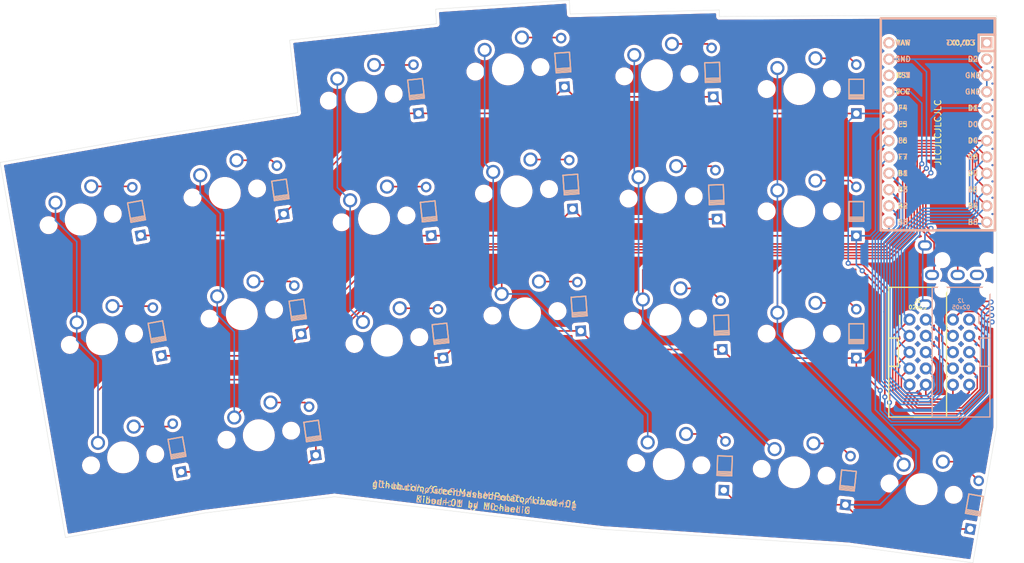
<source format=kicad_pcb>
(kicad_pcb (version 20211014) (generator pcbnew)
  (layers (0 "F.Cu" signal) (31 "B.Cu" signal) (34 "B.Paste" user) (35 "F.Paste" user) (36 "B.SilkS" user "B.Silkscreen") (37 "F.SilkS" user "F.Silkscreen") (38 "B.Mask" user) (39 "F.Mask" user) (44 "Edge.Cuts" user))
  (net 0 "")
  (net 1 "Net-(D-1-0-Pad2)")
  (net 2 "Net-(D-1-1-Pad2)")
  (net 3 "Net-(D-1-2-Pad2)")
  (net 4 "Net-(D-1-3-Pad2)")
  (net 5 "Net-(D-1-4-Pad2)")
  (net 6 "Net-(D-1-5-Pad2)")
  (net 7 "Net-(D-2-0-Pad2)")
  (net 8 "Net-(D-2-1-Pad2)")
  (net 9 "Net-(D-2-2-Pad2)")
  (net 10 "Net-(D-2-3-Pad2)")
  (net 11 "Net-(D-2-4-Pad2)")
  (net 12 "Net-(D-2-5-Pad2)")
  (net 13 "Net-(D-3-3-Pad2)")
  (net 14 "Net-(D-3-4-Pad2)")
  (net 15 "Net-(D-3-5-Pad2)")
  (net 16 "RL0")
  (net 19 "GND")
  (net 20 "SDA")
  (net 21 "VCC")
  (net 24 "RL1")
  (net 27 "RL2")
  (net 28 "RL3")
  (net 29 "CL0")
  (net 30 "CL1")
  (net 31 "RC0")
  (net 32 "CL2")
  (net 33 "RC1")
  (net 34 "CL3")
  (net 35 "RC2")
  (net 36 "CL4")
  (net 37 "RC3")
  (net 38 "CL5")
  (net 39 "Net-(D-0-0-Pad2)")
  (net 40 "Net-(D-0-1-Pad2)")
  (net 41 "Net-(D-0-2-Pad2)")
  (net 42 "Net-(D-0-3-Pad2)")
  (net 43 "Net-(D-0-4-Pad2)")
  (net 44 "Net-(D-0-5-Pad2)")
  (footprint "footprints:diode-vertical" (layer "F.Cu") (at 33.629511 48.636339 10)
    (fp_text reference "D-0-0" hide)
    (fp_text value "D" hide)
  )
  (footprint "footprints:diode-vertical" (layer "F.Cu") (at 56.029511 45.288146 8)
    (fp_text reference "D-0-1" hide)
    (fp_text value "D" hide)
  )
  (footprint "footprints:diode-vertical" (layer "F.Cu") (at 77.159511 29.586339 6)
    (fp_text reference "D-0-2" hide)
    (fp_text value "D" hide)
  )
  (footprint "footprints:diode-vertical" (layer "F.Cu") (at 100.019511 25.45094 4)
    (fp_text reference "D-0-3" hide)
    (fp_text value "D" hide)
  )
  (footprint "footprints:diode-vertical" (layer "F.Cu") (at 123.329511 26.992488 2)
    (fp_text reference "D-0-4" hide)
    (fp_text value "D" hide)
  )
  (footprint "footprints:diode-vertical" (layer "F.Cu") (at 145.739511 29.586339)
    (fp_text reference "D-0-5" hide)
    (fp_text value "D" hide)
  )
  (footprint "footprints:diode-vertical" (layer "F.Cu") (at 36.829511 67.384669 10)
    (fp_text reference "D-1-0" hide)
    (fp_text value "D" hide)
  )
  (footprint "footprints:diode-vertical" (layer "F.Cu") (at 58.729511 63.976004 8)
    (fp_text reference "D-1-1" hide)
    (fp_text value "D" hide)
  )
  (footprint "footprints:diode-vertical" (layer "F.Cu") (at 79.129511 48.636339 6)
    (fp_text reference "D-1-2" hide)
    (fp_text value "D" hide)
  )
  (footprint "footprints:diode-vertical" (layer "F.Cu") (at 101.289511 44.454535 4)
    (fp_text reference "D-1-3" hide)
    (fp_text value "D" hide)
  )
  (footprint "footprints:diode-vertical" (layer "F.Cu") (at 123.929511 46.030884 2)
    (fp_text reference "D-1-4" hide)
    (fp_text value "D" hide)
  )
  (footprint "footprints:diode-vertical" (layer "F.Cu") (at 145.739511 48.636339)
    (fp_text reference "D-1-5" hide)
    (fp_text value "D" hide)
  )
  (footprint "footprints:diode-vertical" (layer "F.Cu") (at 39.929511 85.466339 10)
    (fp_text reference "D-2-0" hide)
    (fp_text value "D" hide)
  )
  (footprint "footprints:diode-vertical" (layer "F.Cu") (at 61.029511 82.840611 8)
    (fp_text reference "D-2-1" hide)
    (fp_text value "D" hide)
  )
  (footprint "footprints:diode-vertical" (layer "F.Cu") (at 80.969511 67.686339 6)
    (fp_text reference "D-2-2" hide)
    (fp_text value "D" hide)
  )
  (footprint "footprints:diode-vertical" (layer "F.Cu") (at 102.559511 63.45813 4)
    (fp_text reference "D-2-3" hide)
    (fp_text value "D" hide)
  )
  (footprint "footprints:diode-vertical" (layer "F.Cu") (at 124.729511 66.338505 2)
    (fp_text reference "D-2-4" hide)
    (fp_text value "D" hide)
  )
  (footprint "footprints:diode-vertical" (layer "F.Cu") (at 145.739511 67.686339)
    (fp_text reference "D-2-5" hide)
    (fp_text value "D" hide)
  )
  (footprint "footprints:diode-vertical" (layer "F.Cu") (at 125.229511 88.272273 -2)
    (fp_text reference "D-3-3" hide)
    (fp_text value "D" hide)
  )
  (footprint "footprints:diode-vertical" (layer "F.Cu") (at 144.429511 90.546339 -6)
    (fp_text reference "D-3-4" hide)
    (fp_text value "D" hide)
  )
  (footprint "footprints:diode-vertical" (layer "F.Cu") (at 164.129511 94.356339 -10)
    (fp_text reference "D-3-5" hide)
    (fp_text value "D" hide)
  )
  (footprint "footprints:100-minimal-no-3d" (layer "F.Cu") (at 24.930804 49.906339 10)
    (fp_text reference "K-0-0" hide)
    (fp_text value "KEYSW" hide)
  )
  (footprint "footprints:100-minimal-no-3d" (layer "F.Cu") (at 47.374444 45.77751 8)
    (fp_text reference "K-0-1" hide)
    (fp_text value "KEYSW" hide)
  )
  (footprint "footprints:100-minimal-no-3d" (layer "F.Cu") (at 68.635031 30.864714 6)
    (fp_text reference "K-0-2" hide)
    (fp_text value "KEYSW" hide)
  )
  (footprint "footprints:100-minimal-no-3d" (layer "F.Cu") (at 91.474509 26.517791 4)
    (fp_text reference "K-0-3" hide)
    (fp_text value "KEYSW" hide)
  )
  (footprint "footprints:100-minimal-no-3d" (layer "F.Cu") (at 114.673041 27.433636 2)
    (fp_text reference "K-0-4" hide)
    (fp_text value "KEYSW" hide)
  )
  (footprint "footprints:100-minimal-no-3d" (layer "F.Cu") (at 136.849511 29.586339)
    (fp_text reference "K-0-5" hide)
    (fp_text value "KEYSW" hide)
  )
  (footprint "footprints:100-minimal-no-3d" (layer "F.Cu") (at 28.238801 68.55557 10)
    (fp_text reference "K-1-0" hide)
    (fp_text value "KEYSW" hide)
  )
  (footprint "footprints:100-minimal-no-3d" (layer "F.Cu") (at 50.025689 64.642116 8)
    (fp_text reference "K-1-1" hide)
    (fp_text value "KEYSW" hide)
  )
  (footprint "footprints:100-minimal-no-3d" (layer "F.Cu") (at 70.626296 49.810357 6)
    (fp_text reference "K-1-2" hide)
    (fp_text value "KEYSW" hide)
  )
  (footprint "footprints:100-minimal-no-3d" (layer "F.Cu") (at 92.803369 45.521385 4)
    (fp_text reference "K-1-3" hide)
    (fp_text value "KEYSW" hide)
  )
  (footprint "footprints:100-minimal-no-3d" (layer "F.Cu") (at 115.337876 46.472031 2)
    (fp_text reference "K-1-4" hide)
    (fp_text value "KEYSW" hide)
  )
  (footprint "footprints:100-minimal-no-3d" (layer "F.Cu") (at 136.849511 48.636339)
    (fp_text reference "K-1-5" hide)
    (fp_text value "KEYSW" hide)
  )
  (footprint "footprints:100-minimal-no-3d" (layer "F.Cu") (at 31.546799 87.316158 10)
    (fp_text reference "K-2-0" hide)
    (fp_text value "KEYSW" hide)
  )
  (footprint "footprints:100-minimal-no-3d" (layer "F.Cu") (at 52.676939 83.506723 8)
    (fp_text reference "K-2-1" hide)
    (fp_text value "KEYSW" hide)
  )
  (footprint "footprints:100-minimal-no-3d" (layer "F.Cu") (at 72.617564 68.755997 6)
    (fp_text reference "K-2-2" hide)
    (fp_text value "KEYSW" hide)
  )
  (footprint "footprints:100-minimal-no-3d" (layer "F.Cu") (at 94.13223 64.524981 4)
    (fp_text reference "K-2-3" hide)
    (fp_text value "KEYSW" hide)
  )
  (footprint "footprints:100-minimal-no-3d" (layer "F.Cu") (at 116.002711 65.510426 2)
    (fp_text reference "K-2-4" hide)
    (fp_text value "KEYSW" hide)
  )
  (footprint "footprints:100-minimal-no-3d" (layer "F.Cu") (at 136.849511 67.686339)
    (fp_text reference "K-2-5" hide)
    (fp_text value "KEYSW" hide)
  )
  (footprint "footprints:100-minimal-no-3d" (layer "F.Cu") (at 116.530284 88.006339 -2)
    (fp_text reference "K-3-3" hide)
    (fp_text value "KEYSW" hide)
  )
  (footprint "footprints:100-minimal-no-3d" (layer "F.Cu") (at 136.056794 89.276339 -6)
    (fp_text reference "K-3-4" hide)
    (fp_text value "KEYSW" hide)
  )
  (footprint "footprints:100-minimal-no-3d" (layer "F.Cu") (at 155.899511 91.903742 -10)
    (fp_text reference "K-3-5" hide)
    (fp_text value "KEYSW" hide)
  )
  (footprint "footprints:connector-shrouded" (layer "F.Cu") (at 155.289911 70.56857)
    (fp_text reference "J1")
    (fp_text value "02x05")
  )
  (footprint "footprints:trrs" (layer "F.Cu") (at 167.725111 58.542339 -90)
    (fp_text reference "U2")
    (fp_text value "trrs")
  )
  (footprint "footprints:promicro" (layer "B.Cu") (at 158.439511 36.356339 -90)
    (fp_text reference "U1" hide)
    (fp_text value "ProMicro" hide)
  )
  (footprint "footprints:connector-shrouded" (layer "B.Cu") (at 162.046311 70.56857 180)
    (fp_text reference "J2")
    (fp_text value "02x05")
  )
  (gr_line (start 167.583511 18.156339) (end 147.009511 18.156339) (layer "Edge.Cuts") (width 0.05))
  (gr_line (start 167.329511 83.688339) (end 163.900511 103.373339) (layer "Edge.Cuts") (width 0.05))
  (gr_line (start 147.009511 18.156339) (end 124.403511 18.283339) (layer "Edge.Cuts") (width 0.05))
  (gr_line (start 22.549511 99.436339) (end 44.139511 95.626339) (layer "Edge.Cuts") (width 0.05))
  (gr_line (start 33.979511 37.206339) (end 12.389511 41.016339) (layer "Edge.Cuts") (width 0.05))
  (gr_line (start 125.419511 99.436339) (end 144.469511 100.706339) (layer "Edge.Cuts") (width 0.05))
  (gr_line (start 167.583511 82.291339) (end 167.583511 18.156339) (layer "Edge.Cuts") (width 0.05))
  (gr_line (start 80.334511 19.426339) (end 57.474511 21.966339) (layer "Edge.Cuts") (width 0.05))
  (gr_line (start 101.162511 17.902339) (end 101.035511 15.743339) (layer "Edge.Cuts") (width 0.05))
  (gr_line (start 12.389511 41.016339) (end 22.549511 99.436339) (layer "Edge.Cuts") (width 0.05))
  (gr_line (start 44.139511 95.626339) (end 64.459511 93.086339) (layer "Edge.Cuts") (width 0.05))
  (gr_line (start 57.474511 21.966339) (end 58.744511 33.269339) (layer "Edge.Cuts") (width 0.05))
  (gr_line (start 80.207511 17.140339) (end 80.334511 19.426339) (layer "Edge.Cuts") (width 0.05))
  (gr_line (start 106.369511 98.166339) (end 64.459511 93.086339) (layer "Edge.Cuts") (width 0.05))
  (gr_line (start 101.035511 15.743339) (end 80.207511 17.140339) (layer "Edge.Cuts") (width 0.05))
  (gr_line (start 124.403511 17.267339) (end 124.403511 18.283339) (layer "Edge.Cuts") (width 0.05))
  (gr_line (start 58.744511 33.269339) (end 33.979511 37.206339) (layer "Edge.Cuts") (width 0.05))
  (gr_line (start 124.403511 17.267339) (end 101.162511 17.902339) (layer "Edge.Cuts") (width 0.05))
  (gr_line (start 144.469511 100.706339) (end 163.900511 103.373339) (layer "Edge.Cuts") (width 0.05))
  (gr_line (start 106.369511 98.166339) (end 125.419511 99.436339) (layer "Edge.Cuts") (width 0.05))
  (gr_line (start 167.329511 83.688339) (end 167.583511 82.291339) (layer "Edge.Cuts") (width 0.05))
  (gr_text "github.com/GreenMashedPotato/kibod-01" (at 86.252711 92.730739 -6) (layer "B.SilkS") (effects (font (size 1 1)) (justify mirror)))
  (gr_text "Kibod-01 by Michael G" (at 86.049511 94.356339 -6) (layer "B.SilkS") (effects (font (size 1 1)) (justify mirror)))
  (gr_text "Kibod-01 by Michael G" (at 86.049511 94.356339 -6) (layer "F.SilkS") (effects (font (size 1 1))))
  (gr_text "github.com/GreenMashedPotato/kibod-01" (at 86.303511 92.679939 -6) (layer "F.SilkS") (effects (font (size 1 1))))
  (segment (start 29.888742 63.400747) (end 35.936107 63.400747) (width 0.25) (layer "F.Cu") (net 1))
  (segment (start 51.854525 59.548016) (end 57.544194 59.548016) (width 0.25) (layer "F.Cu") (net 2))
  (segment (start 57.544194 59.548016) (end 58.199261 60.203083) (width 0.25) (layer "F.Cu") (net 2))
  (segment (start 72.6318 44.783185) (end 78.667232 44.783185) (width 0.25) (layer "F.Cu") (net 3))
  (segment (start 94.983097 40.567267) (end 100.93719 40.567267) (width 0.25) (layer "F.Cu") (net 4))
  (segment (start 117.689172 41.597002) (end 123.170341 41.597002) (width 0.25) (layer "F.Cu") (net 5))
  (segment (start 123.170341 41.597002) (end 123.796544 42.223205) (width 0.25) (layer "F.Cu") (net 5))
  (segment (start 139.369511 43.846339) (end 144.759511 43.846339) (width 0.25) (layer "F.Cu") (net 6))
  (segment (start 144.759511 43.846339) (end 145.739511 44.826339) (width 0.25) (layer "F.Cu") (net 6))
  (segment (start 33.19674 82.161335) (end 38.820797 82.161335) (width 0.25) (layer "F.Cu") (net 7))
  (segment (start 59.844194 78.412623) (end 60.499261 79.06769) (width 0.25) (layer "F.Cu") (net 8))
  (segment (start 54.505775 78.412623) (end 59.844194 78.412623) (width 0.25) (layer "F.Cu") (net 8))
  (segment (start 74.623068 63.728825) (end 80.402872 63.728825) (width 0.25) (layer "F.Cu") (net 9))
  (segment (start 96.311958 59.570863) (end 102.207191 59.570863) (width 0.25) (layer "F.Cu") (net 10))
  (segment (start 122.701115 60.635397) (end 124.596544 62.530826) (width 0.25) (layer "F.Cu") (net 11))
  (segment (start 118.354007 60.635397) (end 122.701115 60.635397) (width 0.25) (layer "F.Cu") (net 11))
  (segment (start 139.369511 62.896339) (end 144.759511 62.896339) (width 0.25) (layer "F.Cu") (net 12))
  (segment (start 144.759511 62.896339) (end 145.739511 63.876339) (width 0.25) (layer "F.Cu") (net 12))
  (segment (start 119.215917 83.307204) (end 124.205088 83.307204) (width 0.25) (layer "F.Cu") (net 13))
  (segment (start 124.205088 83.307204) (end 125.362478 84.464594) (width 0.25) (layer "F.Cu") (net 13))
  (segment (start 142.846544 84.775991) (end 144.827764 86.757211) (width 0.25) (layer "F.Cu") (net 14))
  (segment (start 139.063681 84.775991) (end 142.846544 84.775991) (width 0.25) (layer "F.Cu") (net 14))
  (segment (start 159.213001 87.624106) (end 161.810996 87.624106) (width 0.25) (layer "F.Cu") (net 15))
  (segment (start 161.810996 87.624106) (end 164.791111 90.604221) (width 0.25) (layer "F.Cu") (net 15))
  (segment (start 53.232371 52.388457) (end 56.559761 49.061067) (width 0.25) (layer "F.Cu") (net 16))
  (segment (start 146.713325 56.916739) (end 144.672711 56.916739) (width 0.25) (layer "F.Cu") (net 16))
  (segment (start 158.61296 70.945219) (end 160.776311 73.10857) (width 0.25) (layer "F.Cu") (net 16))
  (segment (start 126.05865 33.396339) (end 123.462478 30.800167) (width 0.25) (layer "F.Cu") (net 16))
  (segment (start 126.05865 33.396339) (end 145.739511 33.396339) (width 0.25) (layer "F.Cu") (net 16))
  (segment (start 166.618311 62.657139) (end 166.719911 62.758739) (width 0.25) (layer "F.Cu") (net 16))
  (segment (start 150.900324 78.405139) (end 150.900324 61.103738) (width 0.25) (layer "F.Cu") (net 16))
  (segment (start 101.833791 30.800167) (end 123.462478 30.800167) (width 0.25) (layer "F.Cu") (net 16))
  (segment (start 77.557764 33.375467) (end 96.161475 33.375467) (width 0.25) (layer "F.Cu") (net 16))
  (segment (start 160.191393 62.657139) (end 158.61296 64.235572) (width 0.25) (layer "F.Cu") (net 16))
  (segment (start 72.245361 33.375467) (end 56.559761 49.061067) (width 0.25) (layer "F.Cu") (net 16))
  (segment (start 96.161475 33.375467) (end 100.285283 29.251659) (width 0.25) (layer "F.Cu") (net 16))
  (segment (start 77.557764 33.375467) (end 72.245361 33.375467) (width 0.25) (layer "F.Cu") (net 16))
  (segment (start 158.61296 64.235572) (end 158.61296 70.945219) (width 0.25) (layer "F.Cu") (net 16))
  (segment (start 34.291111 52.388457) (end 53.232371 52.388457) (width 0.25) (layer "F.Cu") (net 16))
  (segment (start 100.285283 29.251659) (end 101.833791 30.800167) (width 0.25) (layer "F.Cu") (net 16))
  (segment (start 150.900324 61.103738) (end 146.713325 56.916739) (width 0.25) (layer "F.Cu") (net 16))
  (segment (start 160.191393 62.657139) (end 166.618311 62.657139) (width 0.25) (layer "F.Cu") (net 16))
  (segment (start 144.672711 56.916739) (end 144.469511 56.713539) (width 0.25) (layer "F.Cu") (net 16))
  (via (at 166.719911 62.758739) (size 0.8) (drill 0.4) (layers "F.Cu" "B.Cu") (net 16))
  (via (at 150.900324 78.405139) (size 0.8) (drill 0.4) (layers "F.Cu" "B.Cu") (net 16))
  (via (at 144.469511 56.713539) (size 0.8) (drill 0.4) (layers "F.Cu" "B.Cu") (net 16))
  (segment (start 165.24876 76.575384) (end 161.328525 80.495619) (width 0.25) (layer "B.Cu") (net 16))
  (segment (start 145.739511 33.396339) (end 149.969511 33.396339) (width 0.25) (layer "B.Cu") (net 16))
  (segment (start 151.547617 80.495619) (end 150.900324 79.848326) (width 0.25) (layer "B.Cu") (net 16))
  (segment (start 161.328525 80.495619) (end 151.547617 80.495619) (width 0.25) (layer "B.Cu") (net 16))
  (segment (start 145.739511 33.396339) (end 144.469511 34.666339) (width 0.25) (layer "B.Cu") (net 16))
  (segment (start 149.969511 33.396339) (end 150.819511 32.546339) (width 0.25) (layer "B.Cu") (net 16))
  (segment (start 144.469511 56.713539) (end 144.469511 34.666339) (width 0.25) (layer "B.Cu") (net 16))
  (segment (start 166.719911 62.758739) (end 165.24876 64.22989) (width 0.25) (layer "B.Cu") (net 16))
  (segment (start 165.24876 64.22989) (end 165.24876 76.575384) (width 0.25) (layer "B.Cu") (net 16))
  (segment (start 150.900324 79.848326) (end 150.900324 78.405139) (width 0.25) (layer "B.Cu") (net 16))
  (segment (start 156.107431 42.475929) (end 156.645967 41.937393) (width 0.25) (layer "F.Cu") (net 19))
  (segment (start 156.107431 51.079459) (end 156.107431 42.475929) (width 0.25) (layer "F.Cu") (net 19))
  (segment (start 161.525111 56.497139) (end 156.107431 51.079459) (width 0.25) (layer "F.Cu") (net 19))
  (segment (start 161.525111 58.542339) (end 161.525111 56.497139) (width 0.25) (layer "F.Cu") (net 19))
  (via (at 156.645967 41.937393) (size 0.8) (drill 0.4) (layers "F.Cu" "B.Cu") (net 19))
  (segment (start 156.663723 26.896151) (end 156.663723 41.919637) (width 0.25) (layer "B.Cu") (net 19))
  (segment (start 154.693911 24.926339) (end 156.663723 26.896151) (width 0.25) (layer "B.Cu") (net 19))
  (segment (start 156.663723 41.919637) (end 156.645967 41.937393) (width 0.25) (layer "B.Cu") (net 19))
  (segment (start 150.819511 24.926339) (end 163.519511 24.926339) (width 0.25) (layer "B.Cu") (net 19))
  (segment (start 163.519511 24.926339) (end 166.059511 27.466339) (width 0.25) (layer "B.Cu") (net 19))
  (segment (start 166.059511 27.466339) (end 166.059511 30.006339) (width 0.25) (layer "B.Cu") (net 19))
  (segment (start 156.556951 50.893261) (end 156.556951 43.439919) (width 0.25) (layer "F.Cu") (net 20))
  (segment (start 156.556951 43.439919) (end 157.352722 42.644148) (width 0.25) (layer "F.Cu") (net 20))
  (segment (start 156.946781 51.283091) (end 156.556951 50.893261) (width 0.25) (layer "F.Cu") (net 20))
  (segment (start 157.365174 51.283091) (end 156.946781 51.283091) (width 0.25) (layer "F.Cu") (net 20))
  (via (at 157.365174 51.283091) (size 0.8) (drill 0.4) (layers "F.Cu" "B.Cu") (net 20))
  (via (at 157.352722 42.644148) (size 0.8) (drill 0.4) (layers "F.Cu" "B.Cu") (net 20))
  (segment (start 156.425111 52.223154) (end 157.365174 51.283091) (width 0.25) (layer "B.Cu") (net 20))
  (segment (start 156.074711 53.942339) (end 156.074711 62.791939) (width 0.25) (layer "B.Cu") (net 20))
  (segment (start 159.035511 32.546339) (end 166.059511 32.546339) (width 0.25) (layer "B.Cu") (net 20))
  (segment (start 156.425111 53.942339) (end 156.425111 52.223154) (width 0.25) (layer "B.Cu") (net 20))
  (segment (start 157.370478 34.211372) (end 159.035511 32.546339) (width 0.25) (layer "B.Cu") (net 20))
  (segment (start 157.352722 42.644148) (end 157.370478 42.626392) (width 0.25) (layer "B.Cu") (net 20))
  (segment (start 157.370478 42.626392) (end 157.370478 34.211372) (width 0.25) (layer "B.Cu") (net 20))
  (segment (start 155.657911 51.284828) (end 157.849631 53.476548) (width 0.25) (layer "F.Cu") (net 21))
  (segment (start 155.657911 41.511939) (end 155.939212 41.230638) (width 0.25) (layer "F.Cu") (net 21))
  (segment (start 155.657911 51.284828) (end 155.657911 41.511939) (width 0.25) (layer "F.Cu") (net 21))
  (segment (start 157.849631 58.217819) (end 157.849631 53.476548) (width 0.25) (layer "F.Cu") (net 21))
  (via (at 155.939212 41.230638) (size 0.8) (drill 0.4) (layers "F.Cu" "B.Cu") (net 21))
  (segment (start 154.158711 30.006339) (end 150.819511 30.006339) (width 0.25) (layer "B.Cu") (net 21))
  (segment (start 155.939212 31.78684) (end 154.158711 30.006339) (width 0.25) (layer "B.Cu") (net 21))
  (segment (start 155.939212 41.230638) (end 155.939212 31.78684) (width 0.25) (layer "B.Cu") (net 21))
  (segment (start 103.138592 49.838563) (end 124.062478 49.838563) (width 0.25) (layer "F.Cu") (net 24))
  (segment (start 160.776311 70.56857) (end 159.06248 68.854739) (width 0.25) (layer "F.Cu") (net 24))
  (segment (start 150.175824 61.403852) (end 146.653911 57.881939) (width 0.25) (layer "F.Cu") (net 24))
  (segment (start 37.491111 71.136787) (end 55.871899 71.136787) (width 0.25) (layer "F.Cu") (net 24))
  (segment (start 160.217511 63.266739) (end 165.47139 63.266739) (width 0.25) (layer "F.Cu") (net 24))
  (segment (start 79.527764 52.425467) (end 97.38507 52.425467) (width 0.25) (layer "F.Cu") (net 24))
  (segment (start 124.062478 49.838563) (end 126.670254 52.446339) (width 0.25) (layer "F.Cu") (net 24))
  (segment (start 166.740776 63.804674) (end 166.770711 63.774739) (width 0.25) (layer "F.Cu") (net 24))
  (segment (start 166.009325 63.804674) (end 166.740776 63.804674) (width 0.25) (layer "F.Cu") (net 24))
  (segment (start 59.259761 67.748925) (end 74.583219 52.425467) (width 0.25) (layer "F.Cu") (net 24))
  (segment (start 126.670254 52.446339) (end 145.739511 52.446339) (width 0.25) (layer "F.Cu") (net 24))
  (segment (start 97.38507 52.425467) (end 101.555283 48.255254) (width 0.25) (layer "F.Cu") (net 24))
  (segment (start 159.06248 68.854739) (end 159.06248 64.42177) (width 0.25) (layer "F.Cu") (net 24))
  (segment (start 55.871899 71.136787) (end 59.259761 67.748925) (width 0.25) (layer "F.Cu") (net 24))
  (segment (start 101.555283 48.255254) (end 103.138592 49.838563) (width 0.25) (layer "F.Cu") (net 24))
  (segment (start 159.06248 64.42177) (end 160.217511 63.266739) (width 0.25) (layer "F.Cu") (net 24))
  (segment (start 74.583219 52.425467) (end 79.527764 52.425467) (width 0.25) (layer "F.Cu") (net 24))
  (segment (start 165.47139 63.266739) (end 166.009325 63.804674) (width 0.25) (layer "F.Cu") (net 24))
  (segment (start 150.175824 77.541539) (end 150.175824 61.403852) (width 0.25) (layer "F.Cu") (net 24))
  (via (at 150.175824 77.541539) (size 0.8) (drill 0.4) (layers "F.Cu" "B.Cu") (net 24))
  (via (at 166.770711 63.774739) (size 0.8) (drill 0.4) (layers "F.Cu" "B.Cu") (net 24))
  (via (at 146.653911 57.881939) (size 0.8) (drill 0.4) (layers "F.Cu" "B.Cu") (net 24))
  (segment (start 150.175824 79.759544) (end 151.361419 80.945139) (width 0.25) (layer "B.Cu") (net 24))
  (segment (start 161.514723 80.945139) (end 165.69828 76.761582) (width 0.25) (layer "B.Cu") (net 24))
  (segment (start 147.854845 52.446339) (end 148.71966 51.581524) (width 0.25) (layer "B.Cu") (net 24))
  (segment (start 148.71966 51.581524) (end 148.71966 37.18619) (width 0.25) (layer "B.Cu") (net 24))
  (segment (start 150.175824 77.541539) (end 150.175824 79.759544) (width 0.25) (layer "B.Cu") (net 24))
  (segment (start 145.739511 56.967539) (end 146.653911 57.881939) (width 0.25) (layer "B.Cu") (net 24))
  (segment (start 148.71966 37.18619) (end 150.819511 35.086339) (width 0.25) (layer "B.Cu") (net 24))
  (segment (start 151.361419 80.945139) (end 161.514723 80.945139) (width 0.25) (layer "B.Cu") (net 24))
  (segment (start 145.739511 52.446339) (end 145.739511 56.967539) (width 0.25) (layer "B.Cu") (net 24))
  (segment (start 145.739511 52.446339) (end 147.854845 52.446339) (width 0.25) (layer "B.Cu") (net 24))
  (segment (start 165.69828 64.84717) (end 166.770711 63.774739) (width 0.25) (layer "B.Cu") (net 24))
  (segment (start 165.69828 76.761582) (end 165.69828 64.84717) (width 0.25) (layer "B.Cu") (net 24))
  (segment (start 159.512 66.764259) (end 159.512 64.807741) (width 0.25) (layer "F.Cu") (net 27))
  (segment (start 159.512 64.807741) (end 160.545002 63.774739) (width 0.25) (layer "F.Cu") (net 27))
  (segment (start 166.804568 64.858482) (end 166.821511 64.841539) (width 0.25) (layer "F.Cu") (net 27))
  (segment (start 40.591111 89.218457) (end 58.954836 89.218457) (width 0.25) (layer "F.Cu") (net 27))
  (segment (start 61.559761 86.613532) (end 61.559761 81.521101) (width 0.25) (layer "F.Cu") (net 27))
  (segment (start 164.954791 63.774739) (end 166.038534 64.858482) (width 0.25) (layer "F.Cu") (net 27))
  (segment (start 71.605395 71.475467) (end 81.367764 71.475467) (width 0.25) (layer "F.Cu") (net 27))
  (segment (start 145.739511 72.810313) (end 145.739511 71.496339) (width 0.25) (layer "F.Cu") (net 27))
  (segment (start 160.545002 63.774739) (end 164.954791 63.774739) (width 0.25) (layer "F.Cu") (net 27))
  (segment (start 61.559761 81.521101) (end 71.605395 71.475467) (width 0.25) (layer "F.Cu") (net 27))
  (segment (start 105.712618 70.146184) (end 102.825283 67.258849) (width 0.25) (layer "F.Cu") (net 27))
  (segment (start 145.739511 71.496339) (end 126.212633 71.496339) (width 0.25) (layer "F.Cu") (net 27))
  (segment (start 102.825283 67.258849) (end 85.584382 67.258849) (width 0.25) (layer "F.Cu") (net 27))
  (segment (start 160.776311 68.02857) (end 159.512 66.764259) (width 0.25) (layer "F.Cu") (net 27))
  (segment (start 166.038534 64.858482) (end 166.804568 64.858482) (width 0.25) (layer "F.Cu") (net 27))
  (segment (start 58.954836 89.218457) (end 61.559761 86.613532) (width 0.25) (layer "F.Cu") (net 27))
  (segment (start 149.451324 76.522126) (end 145.739511 72.810313) (width 0.25) (layer "F.Cu") (net 27))
  (segment (start 124.862478 70.146184) (end 105.712618 70.146184) (width 0.25) (layer "F.Cu") (net 27))
  (segment (start 126.212633 71.496339) (end 124.862478 70.146184) (width 0.25) (layer "F.Cu") (net 27))
  (segment (start 85.584382 67.258849) (end 81.367764 71.475467) (width 0.25) (layer "F.Cu") (net 27))
  (via (at 149.451324 76.522126) (size 0.8) (drill 0.4) (layers "F.Cu" "B.Cu") (net 27))
  (via (at 166.821511 64.841539) (size 0.8) (drill 0.4) (layers "F.Cu" "B.Cu") (net 27))
  (segment (start 166.1478 65.51525) (end 166.821511 64.841539) (width 0.25) (layer "B.Cu") (net 27))
  (segment (start 145.739511 71.496339) (end 147.009511 71.496339) (width 0.25) (layer "B.Cu") (net 27))
  (segment (start 149.451324 76.522126) (end 149.451324 79.670762) (width 0.25) (layer "B.Cu") (net 27))
  (segment (start 149.16918 51.767722) (end 149.16918 39.27667) (width 0.25) (layer "B.Cu") (net 27))
  (segment (start 161.70092 81.394659) (end 166.1478 76.947779) (width 0.25) (layer "B.Cu") (net 27))
  (segment (start 148.249501 70.256349) (end 148.249501 52.687401) (width 0.25) (layer "B.Cu") (net 27))
  (segment (start 166.1478 76.94778) (end 166.1478 65.51525) (width 0.25) (layer "B.Cu") (net 27))
  (segment (start 151.175221 81.394659) (end 161.70092 81.394659) (width 0.25) (layer "B.Cu") (net 27))
  (segment (start 149.16918 39.27667) (end 150.819511 37.626339) (width 0.25) (layer "B.Cu") (net 27))
  (segment (start 148.249501 52.687401) (end 149.16918 51.767722) (width 0.25) (layer "B.Cu") (net 27))
  (segment (start 149.451324 79.670762) (end 151.175221 81.394659) (width 0.25) (layer "B.Cu") (net 27))
  (segment (start 147.009511 71.496339) (end 148.249501 70.256349) (width 0.25) (layer "B.Cu") (net 27))
  (segment (start 163.467911 98.108457) (end 147.804248 98.108457) (width 0.25) (layer "F.Cu") (net 28))
  (segment (start 162.040622 64.224259) (end 164.375431 64.224259) (width 0.25) (layer "F.Cu") (net 28))
  (segment (start 147.804248 98.108457) (end 144.031258 94.335467) (width 0.25) (layer "F.Cu") (net 28))
  (segment (start 164.375431 64.224259) (end 166.008711 65.857539) (width 0.25) (layer "F.Cu") (net 28))
  (segment (start 144.031258 94.335467) (end 127.352059 94.335467) (width 0.25) (layer "F.Cu") (net 28))
  (segment (start 160.776311 65.48857) (end 162.040622 64.224259) (width 0.25) (layer "F.Cu") (net 28))
  (segment (start 127.352059 94.335467) (end 125.096544 92.079952) (width 0.25) (layer "F.Cu") (net 28))
  (segment (start 166.008711 65.857539) (end 166.872311 65.857539) (width 0.25) (layer "F.Cu") (net 28))
  (via (at 166.872311 65.857539) (size 0.8) (drill 0.4) (layers "F.Cu" "B.Cu") (net 28))
  (segment (start 154.557399 85.394227) (end 155.035911 85.872739) (width 0.25) (layer "B.Cu") (net 28))
  (segment (start 154.539071 85.394227) (end 154.557399 85.394227) (width 0.25) (layer "B.Cu") (net 28))
  (segment (start 148.699511 52.873108) (end 149.6187 51.953918) (width 0.25) (layer "B.Cu") (net 28))
  (segment (start 149.6187 41.36715) (end 150.819511 40.166339) (width 0.25) (layer "B.Cu") (net 28))
  (segment (start 149.6187 51.953918) (end 149.6187 41.36715) (width 0.25) (layer "B.Cu") (net 28))
  (segment (start 149.395832 94.335467) (end 144.031258 94.335467) (width 0.25) (layer "B.Cu") (net 28))
  (segment (start 155.035911 85.872739) (end 155.035911 88.695387) (width 0.25) (layer "B.Cu") (net 28))
  (segment (start 161.846359 81.884939) (end 166.59732 77.133977) (width 0.25) (layer "B.Cu") (net 28))
  (segment (start 166.59732 77.133977) (end 166.59732 66.13253) (width 0.25) (layer "B.Cu") (net 28))
  (segment (start 151.029783 81.884939) (end 161.846359 81.884939) (width 0.25) (layer "B.Cu") (net 28))
  (segment (start 148.699511 79.554667) (end 154.539071 85.394227) (width 0.25) (layer "B.Cu") (net 28))
  (segment (start 148.699511 79.554667) (end 148.699511 52.873108) (width 0.25) (layer "B.Cu") (net 28))
  (segment (start 155.035911 88.695387) (end 149.395832 94.335467) (width 0.25) (layer "B.Cu") (net 28))
  (segment (start 166.59732 66.13253) (end 166.872311 65.857539) (width 0.25) (layer "B.Cu") (net 28))
  (segment (start 149.969511 53.716339) (end 152.953111 50.732739) (width 0.25) (layer "F.Cu") (net 29))
  (segment (start 152.953111 50.732739) (end 152.953111 39.113139) (width 0.25) (layer "F.Cu") (net 29))
  (segment (start 29.35624 74.84961) (end 57.140779 74.84961) (width 0.25) (layer "F.Cu") (net 29))
  (segment (start 78.287487 53.71634) (end 149.969511 53.716339) (width 0.25) (layer "F.Cu") (net 29))
  (segment (start 154.439911 37.626339) (end 166.059511 37.626339) (width 0.25) (layer "F.Cu") (net 29))
  (segment (start 157.329591 77.89145) (end 160.006631 77.89145) (width 0.25) (layer "F.Cu") (net 29))
  (segment (start 57.147498 74.856329) (end 78.287487 53.71634) (width 0.25) (layer "F.Cu") (net 29))
  (segment (start 27.625699 76.580151) (end 29.35624 74.84961) (width 0.25) (layer "F.Cu") (net 29))
  (segment (start 27.625699 84.687109) (end 27.625699 76.580151) (width 0.25) (layer "F.Cu") (net 29))
  (segment (start 156.559911 75.64857) (end 156.559911 77.12177) (width 0.25) (layer "F.Cu") (net 29))
  (segment (start 156.559911 77.12177) (end 157.329591 77.89145) (width 0.25) (layer "F.Cu") (net 29))
  (segment (start 160.776311 77.12177) (end 160.776311 75.64857) (width 0.25) (layer "F.Cu") (net 29))
  (segment (start 57.140779 74.84961) (end 57.147498 74.856329) (width 0.25) (layer "F.Cu") (net 29))
  (segment (start 152.953111 39.113139) (end 154.439911 37.626339) (width 0.25) (layer "F.Cu") (net 29))
  (segment (start 160.006631 77.89145) (end 160.776311 77.12177) (width 0.25) (layer "F.Cu") (net 29))
  (segment (start 156.141629 48.162034) (end 163.11373 48.162034) (width 0.25) (layer "B.Cu") (net 29))
  (segment (start 24.317701 68.706424) (end 27.625699 72.014422) (width 0.25) (layer "B.Cu") (net 29))
  (segment (start 153.368882 51.382326) (end 153.368882 50.934781) (width 0.25) (layer "B.Cu") (net 29))
  (segment (start 21.009704 47.27729) (end 21.009704 50.057193) (width 0.25) (layer "B.Cu") (net 29))
  (segment (start 21.009704 50.057193) (end 24.317701 53.36519) (width 0.25) (layer "B.Cu") (net 29))
  (segment (start 153.368882 50.934781) (end 156.141629 48.162034) (width 0.25) (layer "B.Cu") (net 29))
  (segment (start 156.559911 75.64857) (end 155.29511 76.913371) (width 0.25) (layer "B.Cu") (net 29))
  (segment (start 24.317701 65.926521) (end 24.317701 68.706424) (width 0.25) (layer "B.Cu") (net 29))
  (segment (start 163.39584 47.879924) (end 163.39584 40.29001) (width 0.25) (layer "B.Cu") (net 29))
  (segment (start 163.39584 40.29001) (end 166.059511 37.626339) (width 0.25) (layer "B.Cu") (net 29))
  (segment (start 150.95507 74.455635) (end 150.95507 53.796138) (width 0.25) (layer "B.Cu") (net 29))
  (segment (start 153.412806 76.913371) (end 150.95507 74.455635) (width 0.25) (layer "B.Cu") (net 29))
  (segment (start 27.625699 72.014422) (end 27.625699 84.687109) (width 0.25) (layer "B.Cu") (net 29))
  (segment (start 163.11373 48.162034) (end 163.39584 47.879924) (width 0.25) (layer "B.Cu") (net 29))
  (segment (start 24.317701 53.36519) (end 24.317701 65.926521) (width 0.25) (layer "B.Cu") (net 29))
  (segment (start 155.29511 76.913371) (end 153.412806 76.913371) (width 0.25) (layer "B.Cu") (net 29))
  (segment (start 150.95507 53.796138) (end 153.368882 51.382326) (width 0.25) (layer "B.Cu") (net 29))
  (segment (start 163.969031 38.075859) (end 166.059511 40.166339) (width 0.25) (layer "F.Cu") (net 30))
  (segment (start 153.410311 50.911949) (end 153.410311 39.291657) (width 0.25) (layer "F.Cu") (net 30))
  (segment (start 155.560022 78.34097) (end 161.7762 78.34097) (width 0.25) (layer "F.Cu") (net 30))
  (segment (start 54.292792 75.29962) (end 56.832792 75.29962) (width 0.25) (layer "F.Cu") (net 30))
  (segment (start 57.333898 75.306339) (end 78.473888 54.166349) (width 0.25) (layer "F.Cu") (net 30))
  (segment (start 56.839511 75.306339) (end 57.333898 75.306339) (width 0.25) (layer "F.Cu") (net 30))
  (segment (start 78.473888 54.166349) (end 150.155911 54.166349) (width 0.25) (layer "F.Cu") (net 30))
  (segment (start 154.019911 75.64857) (end 154.019911 76.800858) (width 0.25) (layer "F.Cu") (net 30))
  (segment (start 154.626109 38.075859) (end 163.969031 38.075859) (width 0.25) (layer "F.Cu") (net 30))
  (segment (start 161.7762 78.34097) (end 163.316311 76.800859) (width 0.25) (layer "F.Cu") (net 30))
  (segment (start 163.316311 76.800859) (end 163.316311 75.64857) (width 0.25) (layer "F.Cu") (net 30))
  (segment (start 48.84998 80.742431) (end 54.292792 75.29962) (width 0.25) (layer "F.Cu") (net 30))
  (segment (start 153.410311 39.291657) (end 154.626109 38.075859) (width 0.25) (layer "F.Cu") (net 30))
  (segment (start 150.155911 54.166349) (end 153.410311 50.911949) (width 0.25) (layer "F.Cu") (net 30))
  (segment (start 154.019911 76.800858) (end 155.560022 78.34097) (width 0.25) (layer "F.Cu") (net 30))
  (segment (start 56.832792 75.29962) (end 56.839511 75.306339) (width 0.25) (layer "F.Cu") (net 30))
  (segment (start 163.275143 48.636339) (end 163.84536 48.066122) (width 0.25) (layer "B.Cu") (net 30))
  (segment (start 46.19873 64.739716) (end 48.84998 67.390966) (width 0.25) (layer "B.Cu") (net 30))
  (segment (start 43.547485 45.87511) (end 46.679511 49.007136) (width 0.25) (layer "B.Cu") (net 30))
  (segment (start 153.818402 51.120978) (end 156.303041 48.636339) (width 0.25) (layer "B.Cu") (net 30))
  (segment (start 43.547485 43.013218) (end 43.547485 45.87511) (width 0.25) (layer "B.Cu") (net 30))
  (segment (start 163.84536 48.066122) (end 163.84536 42.38049) (width 0.25) (layer "B.Cu") (net 30))
  (segment (start 46.19873 61.877824) (end 46.19873 64.739716) (width 0.25) (layer "B.Cu") (net 30))
  (segment (start 48.84998 67.390966) (end 48.84998 80.742431) (width 0.25) (layer "B.Cu") (net 30))
  (segment (start 153.818402 51.568522) (end 153.818402 51.120978) (width 0.25) (layer "B.Cu") (net 30))
  (segment (start 151.40508 53.981845) (end 153.818402 51.568522) (width 0.25) (layer "B.Cu") (net 30))
  (segment (start 151.40508 73.033739) (end 151.40508 53.981845) (width 0.25) (layer "B.Cu") (net 30))
  (segment (start 154.019911 75.64857) (end 151.40508 73.033739) (width 0.25) (layer "B.Cu") (net 30))
  (segment (start 156.303041 48.636339) (end 163.275143 48.636339) (width 0.25) (layer "B.Cu") (net 30))
  (segment (start 163.84536 42.38049) (end 166.059511 40.166339) (width 0.25) (layer "B.Cu") (net 30))
  (segment (start 46.679511 49.007136) (end 46.679511 61.397043) (width 0.25) (layer "B.Cu") (net 30))
  (segment (start 157.824712 74.373371) (end 157.824712 76.255675) (width 0.25) (layer "B.Cu") (net 31))
  (segment (start 152.919362 51.196128) (end 152.919362 44.80619) (width 0.25) (layer "B.Cu") (net 31))
  (segment (start 152.919362 44.80619) (end 150.819511 42.706339) (width 0.25) (layer "B.Cu") (net 31))
  (segment (start 150.505061 53.610429) (end 152.919362 51.196128) (width 0.25) (layer "B.Cu") (net 31))
  (segment (start 150.505061 74.642036) (end 150.505061 53.610429) (width 0.25) (layer "B.Cu") (net 31))
  (segment (start 156.559911 73.10857) (end 157.824712 74.373371) (width 0.25) (layer "B.Cu") (net 31))
  (segment (start 157.824712 76.255675) (end 156.717006 77.363381) (width 0.25) (layer "B.Cu") (net 31))
  (segment (start 153.226406 77.363381) (end 150.505061 74.642036) (width 0.25) (layer "B.Cu") (net 31))
  (segment (start 156.717006 77.363381) (end 153.226406 77.363381) (width 0.25) (layer "B.Cu") (net 31))
  (segment (start 153.859831 51.206059) (end 153.859831 39.477855) (width 0.25) (layer "F.Cu") (net 32))
  (segment (start 164.580622 74.372881) (end 164.580622 76.172266) (width 0.25) (layer "F.Cu") (net 32))
  (segment (start 68.889409 65.85983) (end 68.889409 64.526441) (width 0.25) (layer "F.Cu") (net 32))
  (segment (start 154.812307 38.525379) (end 163.468711 38.525379) (width 0.25) (layer "F.Cu") (net 32))
  (segment (start 164.738711 41.385539) (end 166.059511 42.706339) (width 0.25) (layer "F.Cu") (net 32))
  (segment (start 164.738711 39.795379) (end 164.738711 41.385539) (width 0.25) (layer "F.Cu") (net 32))
  (segment (start 78.799491 54.616359) (end 150.449531 54.616359) (width 0.25) (layer "F.Cu") (net 32))
  (segment (start 163.316311 73.10857) (end 164.580622 74.372881) (width 0.25) (layer "F.Cu") (net 32))
  (segment (start 152.749911 76.166577) (end 152.749911 74.37857) (width 0.25) (layer "F.Cu") (net 32))
  (segment (start 164.580622 76.172266) (end 161.954718 78.79817) (width 0.25) (layer "F.Cu") (net 32))
  (segment (start 161.954718 78.79817) (end 155.381504 78.79817) (width 0.25) (layer "F.Cu") (net 32))
  (segment (start 68.889409 64.526441) (end 78.799491 54.616359) (width 0.25) (layer "F.Cu") (net 32))
  (segment (start 152.749911 74.37857) (end 154.019911 73.10857) (width 0.25) (layer "F.Cu") (net 32))
  (segment (start 163.468711 38.525379) (end 164.738711 39.795379) (width 0.25) (layer "F.Cu") (net 32))
  (segment (start 150.449531 54.616359) (end 153.859831 51.206059) (width 0.25) (layer "F.Cu") (net 32))
  (segment (start 153.859831 39.477855) (end 154.812307 38.525379) (width 0.25) (layer "F.Cu") (net 32))
  (segment (start 155.381504 78.79817) (end 152.749911 76.166577) (width 0.25) (layer "F.Cu") (net 32))
  (segment (start 64.906876 27.968547) (end 64.906876 44.922925) (width 0.25) (layer "B.Cu") (net 32))
  (segment (start 151.85509 54.167553) (end 154.267922 51.75472) (width 0.25) (layer "B.Cu") (net 32))
  (segment (start 154.267922 51.75472) (end 154.267922 51.307175) (width 0.25) (layer "B.Cu") (net 32))
  (segment (start 154.267922 51.307175) (end 156.489238 49.085859) (width 0.25) (layer "B.Cu") (net 32))
  (segment (start 64.906876 44.922925) (end 66.898141 46.91419) (width 0.25) (layer "B.Cu") (net 32))
  (segment (start 163.461341 49.085859) (end 164.29488 48.25232) (width 0.25) (layer "B.Cu") (net 32))
  (segment (start 66.898141 46.91419) (end 66.898141 63.868562) (width 0.25) (layer "B.Cu") (net 32))
  (segment (start 164.29488 44.47097) (end 166.059511 42.706339) (width 0.25) (layer "B.Cu") (net 32))
  (segment (start 151.85509 70.943749) (end 151.85509 54.167553) (width 0.25) (layer "B.Cu") (net 32))
  (segment (start 156.489238 49.085859) (end 163.461341 49.085859) (width 0.25) (layer "B.Cu") (net 32))
  (segment (start 154.019911 73.10857) (end 151.85509 70.943749) (width 0.25) (layer "B.Cu") (net 32))
  (segment (start 164.29488 48.25232) (end 164.29488 44.47097) (width 0.25) (layer "B.Cu") (net 32))
  (segment (start 66.898141 63.868562) (end 68.889409 65.85983) (width 0.25) (layer "B.Cu") (net 32))
  (segment (start 152.469842 46.89667) (end 150.819511 45.246339) (width 0.25) (layer "B.Cu") (net 33))
  (segment (start 150.054563 64.279791) (end 150.054563 53.425209) (width 0.25) (layer "B.Cu") (net 33))
  (segment (start 153.040006 77.813391) (end 156.903407 77.81339) (width 0.25) (layer "B.Cu") (net 33))
  (segment (start 150.054563 53.425209) (end 152.469842 51.00993) (width 0.25) (layer "B.Cu") (net 33))
  (segment (start 158.274722 72.283381) (end 156.559911 70.56857) (width 0.25) (layer "B.Cu") (net 33))
  (segment (start 158.274722 76.442075) (end 158.274722 72.283381) (width 0.25) (layer "B.Cu") (net 33))
  (segment (start 150.055052 74.828437) (end 153.040006 77.813391) (width 0.25) (layer "B.Cu") (net 33))
  (segment (start 150.054563 64.279791) (end 150.055052 64.28028) (width 0.25) (layer "B.Cu") (net 33))
  (segment (start 152.469842 51.00993) (end 152.469842 46.89667) (width 0.25) (layer "B.Cu") (net 33))
  (segment (start 156.903407 77.81339) (end 158.274722 76.442075) (width 0.25) (layer "B.Cu") (net 33))
  (segment (start 150.055051 74.828437) (end 150.055052 64.28028) (width 0.25) (layer "B.Cu") (net 33))
  (segment (start 155.202986 79.25537) (end 152.300391 76.352774) (width 0.25) (layer "F.Cu") (net 34))
  (segment (start 152.300391 72.28809) (end 154.019911 70.56857) (width 0.25) (layer "F.Cu") (net 34))
  (segment (start 165.030142 72.282401) (end 165.030142 76.358464) (width 0.25) (layer "F.Cu") (net 34))
  (segment (start 163.256071 38.974899) (end 164.289191 40.008019) (width 0.25) (layer "F.Cu") (net 34))
  (segment (start 164.289191 40.008019) (end 164.289191 43.476019) (width 0.25) (layer "F.Cu") (net 34))
  (segment (start 154.309351 51.496499) (end 154.309351 39.664053) (width 0.25) (layer "F.Cu") (net 34))
  (segment (start 154.998505 38.974899) (end 163.256071 38.974899) (width 0.25) (layer "F.Cu") (net 34))
  (segment (start 150.739481 55.066369) (end 154.309351 51.496499) (width 0.25) (layer "F.Cu") (net 34))
  (segment (start 163.316311 70.56857) (end 165.030142 72.282401) (width 0.25) (layer "F.Cu") (net 34))
  (segment (start 154.309351 39.664053) (end 154.998505 38.974899) (width 0.25) (layer "F.Cu") (net 34))
  (segment (start 164.289191 43.476019) (end 166.059511 45.246339) (width 0.25) (layer "F.Cu") (net 34))
  (segment (start 90.507421 56.958459) (end 92.399511 55.066369) (width 0.25) (layer "F.Cu") (net 34))
  (segment (start 162.133236 79.25537) (end 155.202986 79.25537) (width 0.25) (layer "F.Cu") (net 34))
  (segment (start 92.399511 55.066369) (end 150.739481 55.066369) (width 0.25) (layer "F.Cu") (net 34))
  (segment (start 90.507421 61.500467) (end 90.507421 56.958459) (width 0.25) (layer "F.Cu") (net 34))
  (segment (start 152.300391 76.352774) (end 152.300391 72.28809) (width 0.25) (layer "F.Cu") (net 34))
  (segment (start 165.030142 76.358464) (end 162.133236 79.25537) (width 0.25) (layer "F.Cu") (net 34))
  (segment (start 87.8497 41.168011) (end 89.17856 42.496871) (width 0.25) (layer "B.Cu") (net 34))
  (segment (start 154.019911 70.56857) (end 152.3051 68.853759) (width 0.25) (layer "B.Cu") (net 34))
  (segment (start 87.8497 23.493277) (end 87.8497 41.168011) (width 0.25) (layer "B.Cu") (net 34))
  (segment (start 152.3051 54.35326) (end 154.717442 51.940918) (width 0.25) (layer "B.Cu") (net 34))
  (segment (start 113.24148 80.202257) (end 94.53969 61.500467) (width 0.25) (layer "B.Cu") (net 34))
  (segment (start 163.589059 49.593859) (end 164.7444 48.438518) (width 0.25) (layer "B.Cu") (net 34))
  (segment (start 89.17856 60.171606) (end 90.507421 61.500467) (width 0.25) (layer "B.Cu") (net 34))
  (segment (start 94.53969 61.500467) (end 90.507421 61.500467) (width 0.25) (layer "B.Cu") (net 34))
  (segment (start 166.059511 45.246339) (end 164.7444 46.56145) (width 0.25) (layer "B.Cu") (net 34))
  (segment (start 156.616955 49.593859) (end 163.616273 49.593859) (width 0.25) (layer "B.Cu") (net 34))
  (segment (start 154.717442 51.940918) (end 154.717442 51.493372) (width 0.25) (layer "B.Cu") (net 34))
  (segment (start 113.24148 84.619498) (end 113.24148 80.202257) (width 0.25) (layer "B.Cu") (net 34))
  (segment (start 89.17856 42.496871) (end 89.17856 60.171606) (width 0.25) (layer "B.Cu") (net 34))
  (segment (start 164.7444 48.465732) (end 163.616273 49.593859) (width 0.25) (layer "B.Cu") (net 34))
  (segment (start 154.717442 51.493372) (end 156.616955 49.593859) (width 0.25) (layer "B.Cu") (net 34))
  (segment (start 164.7444 46.56145) (end 164.7444 48.465732) (width 0.25) (layer "B.Cu") (net 34))
  (segment (start 152.3051 68.853759) (end 152.3051 54.35326) (width 0.25) (layer "B.Cu") (net 34))
  (segment (start 158.724732 76.628475) (end 157.089808 78.263399) (width 0.25) (layer "B.Cu") (net 35))
  (segment (start 157.089808 78.263399) (end 152.853607 78.2634) (width 0.25) (layer "B.Cu") (net 35))
  (segment (start 152.020322 48.98715) (end 150.819511 47.786339) (width 0.25) (layer "B.Cu") (net 35))
  (segment (start 158.724732 70.193391) (end 158.724732 76.628475) (width 0.25) (layer "B.Cu") (net 35))
  (segment (start 149.605043 53.239011) (end 152.020322 50.823732) (width 0.25) (layer "B.Cu") (net 35))
  (segment (start 152.853607 78.2634) (end 149.605043 75.014838) (width 0.25) (layer "B.Cu") (net 35))
  (segment (start 149.605043 75.014838) (end 149.605043 53.239011) (width 0.25) (layer "B.Cu") (net 35))
  (segment (start 152.020322 50.823732) (end 152.020322 48.98715) (width 0.25) (layer "B.Cu") (net 35))
  (segment (start 156.559911 68.02857) (end 158.724732 70.193391) (width 0.25) (layer "B.Cu") (net 35))
  (segment (start 151.850871 76.538972) (end 151.850871 70.19761) (width 0.25) (layer "F.Cu") (net 36))
  (segment (start 155.016789 79.70489) (end 151.850871 76.538972) (width 0.25) (layer "F.Cu") (net 36))
  (segment (start 151.850871 70.19761) (end 154.019911 68.02857) (width 0.25) (layer "F.Cu") (net 36))
  (segment (start 114.729471 55.516379) (end 150.925881 55.516379) (width 0.25) (layer "F.Cu") (net 36))
  (segment (start 154.758871 51.683389) (end 154.758871 39.850251) (width 0.25) (layer "F.Cu") (net 36))
  (segment (start 165.479662 76.584019) (end 162.358791 79.70489) (width 0.25) (layer "F.Cu") (net 36))
  (segment (start 165.479662 70.191921) (end 165.479662 76.584019) (width 0.25) (layer "F.Cu") (net 36))
  (segment (start 112.485664 57.760186) (end 114.729471 55.516379) (width 0.25) (layer "F.Cu") (net 36))
  (segment (start 154.758871 39.850251) (end 155.184703 39.424419) (width 0.25) (layer "F.Cu") (net 36))
  (segment (start 162.358791 79.70489) (end 155.016789 79.70489) (width 0.25) (layer "F.Cu") (net 36))
  (segment (start 112.485664 62.361251) (end 112.485664 57.760186) (width 0.25) (layer "F.Cu") (net 36))
  (segment (start 163.839671 40.194217) (end 163.839671 45.566499) (width 0.25) (layer "F.Cu") (net 36))
  (segment (start 163.069873 39.424419) (end 163.839671 40.194217) (width 0.25) (layer "F.Cu") (net 36))
  (segment (start 163.839671 45.566499) (end 166.059511 47.786339) (width 0.25) (layer "F.Cu") (net 36))
  (segment (start 163.316311 68.02857) (end 165.479662 70.191921) (width 0.25) (layer "F.Cu") (net 36))
  (segment (start 155.184703 39.424419) (end 163.069873 39.424419) (width 0.25) (layer "F.Cu") (net 36))
  (segment (start 150.925881 55.516379) (end 154.758871 51.683389) (width 0.25) (layer "F.Cu") (net 36))
  (segment (start 152.7556 56.30145) (end 152.7556 66.764258) (width 0.25) (layer "B.Cu") (net 36))
  (segment (start 166.059511 47.786339) (end 163.802471 50.043379) (width 0.25) (layer "B.Cu") (net 36))
  (segment (start 152.7556 66.764258) (end 154.019911 68.02857) (width 0.25) (layer "B.Cu") (net 36))
  (segment (start 155.166962 51.67957) (end 155.166962 52.127116) (width 0.25) (layer "B.Cu") (net 36))
  (segment (start 152.75462 54.539458) (end 152.75462 56.30047) (width 0.25) (layer "B.Cu") (net 36))
  (segment (start 152.75462 56.30047) (end 152.7556 56.30145) (width 0.25) (layer "B.Cu") (net 36))
  (segment (start 112.485664 62.361251) (end 112.485664 65.425353) (width 0.25) (layer "B.Cu") (net 36))
  (segment (start 111.155994 24.284461) (end 111.155994 42.658021) (width 0.25) (layer "B.Cu") (net 36))
  (segment (start 155.166962 52.127116) (end 152.75462 54.539458) (width 0.25) (layer "B.Cu") (net 36))
  (segment (start 163.802471 50.043379) (end 156.803153 50.043379) (width 0.25) (layer "B.Cu") (net 36))
  (segment (start 156.803153 50.043379) (end 155.166962 51.67957) (width 0.25) (layer "B.Cu") (net 36))
  (segment (start 112.485664 65.425353) (end 132.728644 85.668333) (width 0.25) (layer "B.Cu") (net 36))
  (segment (start 111.820829 43.322856) (end 111.820829 61.696416) (width 0.25) (layer "B.Cu") (net 36))
  (segment (start 159.174742 76.814875) (end 157.276209 78.713408) (width 0.25) (layer "B.Cu") (net 37))
  (segment (start 152.667208 78.713409) (end 149.155034 75.201239) (width 0.25) (layer "B.Cu") (net 37))
  (segment (start 149.155034 53.053302) (end 150.819511 51.388825) (width 0.25) (layer "B.Cu") (net 37))
  (segment (start 156.559911 65.48857) (end 159.174742 68.103401) (width 0.25) (layer "B.Cu") (net 37))
  (segment (start 149.155034 75.201239) (end 149.155034 53.053302) (width 0.25) (layer "B.Cu") (net 37))
  (segment (start 159.174742 68.103401) (end 159.174742 76.814875) (width 0.25) (layer "B.Cu") (net 37))
  (segment (start 157.276209 78.713408) (end 152.667208 78.713409) (width 0.25) (layer "B.Cu") (net 37))
  (segment (start 150.819511 51.388825) (end 150.819511 50.326339) (width 0.25) (layer "B.Cu") (net 37))
  (segment (start 133.444511 58.391339) (end 135.869461 55.966389) (width 0.25) (layer "F.Cu") (net 38))
  (segment (start 163.390151 40.380415) (end 163.390151 47.656979) (width 0.25) (layer "F.Cu") (net 38))
  (segment (start 154.830592 80.15441) (end 151.401351 76.725169) (width 0.25) (layer "F.Cu") (net 38))
  (segment (start 151.401351 68.10713) (end 154.019911 65.48857) (width 0.25) (layer "F.Cu") (net 38))
  (segment (start 155.503151 39.959579) (end 162.969315 39.959579) (width 0.25) (layer "F.Cu") (net 38))
  (segment (start 162.544988 80.15441) (end 154.830592 80.15441) (width 0.25) (layer "F.Cu") (net 38))
  (segment (start 151.401351 76.725169) (end 151.401351 68.10713) (width 0.25) (layer "F.Cu") (net 38))
  (segment (start 163.316311 65.48857) (end 165.929182 68.101441) (width 0.25) (layer "F.Cu") (net 38))
  (segment (start 135.869461 55.966389) (end 151.112281 55.966389) (width 0.25) (layer "F.Cu") (net 38))
  (segment (start 165.929182 76.770216) (end 162.544988 80.15441) (width 0.25) (layer "F.Cu") (net 38))
  (segment (start 155.208391 51.870279) (end 155.208391 40.254339) (width 0.25) (layer "F.Cu") (net 38))
  (segment (start 163.390151 47.656979) (end 166.059511 50.326339) (width 0.25) (layer "F.Cu") (net 38))
  (segment (start 162.969315 39.959579) (end 163.390151 40.380415) (width 0.25) (layer "F.Cu") (net 38))
  (segment (start 151.112281 55.966389) (end 155.208391 51.870279) (width 0.25) (layer "F.Cu") (net 38))
  (segment (start 165.929182 68.101441) (end 165.929182 76.770216) (width 0.25) (layer "F.Cu") (net 38))
  (segment (start 155.208391 40.254339) (end 155.503151 39.959579) (width 0.25) (layer "F.Cu") (net 38))
  (segment (start 133.444511 64.416339) (end 133.444511 58.391339) (width 0.25) (layer "F.Cu") (net 38))
  (segment (start 156.923659 50.558591) (end 155.620497 51.861753) (width 0.25) (layer "B.Cu") (net 38))
  (segment (start 153.20512 64.673779) (end 154.019911 65.48857) (width 0.25) (layer "B.Cu") (net 38))
  (segment (start 133.444511 64.416339) (end 133.444511 67.713313) (width 0.25) (layer "B.Cu") (net 38))
  (segment (start 133.444511 45.366339) (end 133.444511 64.416339) (width 0.25) (layer "B.Cu") (net 38))
  (segment (start 165.827259 50.558591) (end 156.923659 50.558591) (width 0.25) (layer "B.Cu") (net 38))
  (segment (start 153.20512 54.724676) (end 153.20512 64.673779) (width 0.25) (layer "B.Cu") (net 38))
  (segment (start 155.620497 51.861753) (end 155.620497 52.309299) (width 0.25) (layer "B.Cu") (net 38))
  (segment (start 155.620497 52.309299) (end 153.20512 54.724676) (width 0.25) (layer "B.Cu") (net 38))
  (segment (start 133.444511 67.713313) (end 153.11407 87.382872) (width 0.25) (layer "B.Cu") (net 38))
  (segment (start 133.444511 26.316339) (end 133.444511 45.366339) (width 0.25) (layer "B.Cu") (net 38))
  (segment (start 26.580745 44.751516) (end 32.835206 44.751516) (width 0.25) (layer "F.Cu") (net 39))
  (segment (start 49.20328 40.68341) (end 54.667446 40.68341) (width 0.25) (layer "F.Cu") (net 40))
  (segment (start 54.667446 40.68341) (end 55.499261 41.515225) (width 0.25) (layer "F.Cu") (net 40))
  (segment (start 70.640535 25.837542) (end 76.720927 25.837542) (width 0.25) (layer "F.Cu") (net 41))
  (segment (start 93.654237 21.563673) (end 99.667191 21.563673) (width 0.25) (layer "F.Cu") (net 42))
  (segment (start 122.570342 22.558607) (end 123.196544 23.184809) (width 0.25) (layer "F.Cu") (net 43))
  (segment (start 117.024337 22.558607) (end 122.570342 22.558607) (width 0.25) (layer "F.Cu") (net 43))
  (segment (start 139.369511 24.796339) (end 144.759511 24.796339) (width 0.25) (layer "F.Cu") (net 44))
  (segment (start 144.759511 24.796339) (end 145.739511 25.776339) (width 0.25) (layer "F.Cu") (net 44))
  (zone (net 0) (net_name "") (layer "F.Cu") (connect_pads (clearance 0.508)) (min_thickness 0.254) (fill yes (thermal_gap 0.508) (thermal_bridge_width 0.508))
    (polygon (pts (xy 101.1428 17.8816) (xy 124.4092 17.272) (xy 124.4092 18.288) (xy 167.5892 18.1864) (xy 167.5892 82.296) (xy 163.8808 103.3272) (xy 163.8808 103.378) (xy 144.526 100.6856) (xy 106.6292 98.1964) (xy 64.4652 93.0656) (xy 44.1452 95.6056) (xy 22.6568 99.4156) (xy 22.5552 99.4156) (xy 12.3952 40.9956) (xy 58.7756 33.274) (xy 57.5056 22.0472) (xy 57.5056 21.9456) (xy 80.3148 19.4056) (xy 80.2132 17.1196) (xy 101.0412 15.748)))
  )
  (zone (net 0) (net_name "") (layer "B.Cu") (connect_pads (clearance 0.508)) (min_thickness 0.254) (fill yes (thermal_gap 0.508) (thermal_bridge_width 0.508))
    (polygon (pts (xy 101.1936 17.9324) (xy 124.4092 17.272) (xy 124.4092 18.288) (xy 167.5892 18.1864) (xy 167.5892 82.2452) (xy 163.8808 103.378) (xy 144.4752 100.6856) (xy 106.426 98.1964) (xy 64.4652 93.0656) (xy 44.1452 95.6056) (xy 22.606 99.4156) (xy 22.5552 99.4156) (xy 12.3952 41.0464) (xy 12.3952 40.9956) (xy 58.7248 33.274) (xy 57.5056 22.098) (xy 57.5056 21.9456) (xy 80.3148 19.4564) (xy 80.3148 19.4056) (xy 80.2132 17.1704) (xy 101.0412 15.748)))
  )
)
</source>
